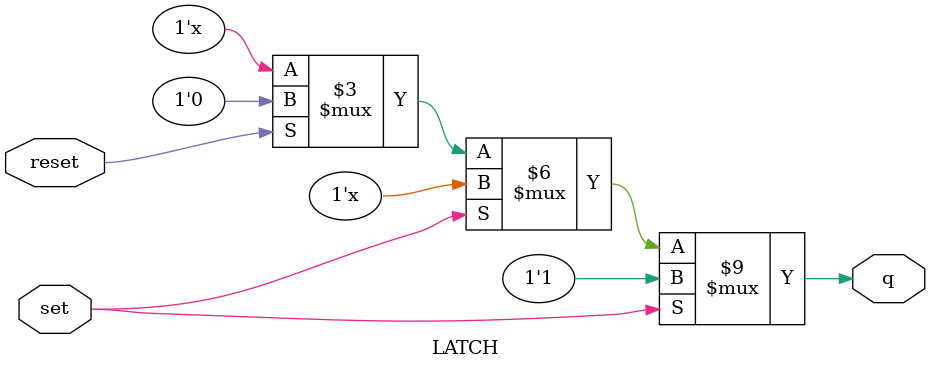
<source format=v>
`timescale 1ns / 1ps
module LATCH(
	input reset,
	input set,
	output reg q
    );

	always@(set, reset)begin
	if (set) q = 1;
	else if (reset) q = 0;
	end

endmodule
</source>
